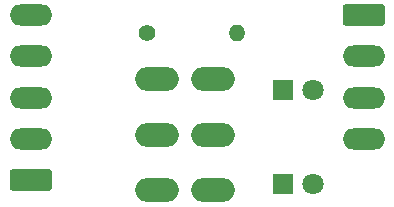
<source format=gbr>
%TF.GenerationSoftware,KiCad,Pcbnew,8.0.2*%
%TF.CreationDate,2024-12-24T22:57:44+01:00*%
%TF.ProjectId,CabControl,43616243-6f6e-4747-926f-6c2e6b696361,rev?*%
%TF.SameCoordinates,Original*%
%TF.FileFunction,Soldermask,Top*%
%TF.FilePolarity,Negative*%
%FSLAX46Y46*%
G04 Gerber Fmt 4.6, Leading zero omitted, Abs format (unit mm)*
G04 Created by KiCad (PCBNEW 8.0.2) date 2024-12-24 22:57:44*
%MOMM*%
%LPD*%
G01*
G04 APERTURE LIST*
G04 Aperture macros list*
%AMRoundRect*
0 Rectangle with rounded corners*
0 $1 Rounding radius*
0 $2 $3 $4 $5 $6 $7 $8 $9 X,Y pos of 4 corners*
0 Add a 4 corners polygon primitive as box body*
4,1,4,$2,$3,$4,$5,$6,$7,$8,$9,$2,$3,0*
0 Add four circle primitives for the rounded corners*
1,1,$1+$1,$2,$3*
1,1,$1+$1,$4,$5*
1,1,$1+$1,$6,$7*
1,1,$1+$1,$8,$9*
0 Add four rect primitives between the rounded corners*
20,1,$1+$1,$2,$3,$4,$5,0*
20,1,$1+$1,$4,$5,$6,$7,0*
20,1,$1+$1,$6,$7,$8,$9,0*
20,1,$1+$1,$8,$9,$2,$3,0*%
G04 Aperture macros list end*
%ADD10O,3.700000X2.000000*%
%ADD11C,1.400000*%
%ADD12O,1.400000X1.400000*%
%ADD13O,3.600000X1.800000*%
%ADD14RoundRect,0.250000X1.550000X-0.650000X1.550000X0.650000X-1.550000X0.650000X-1.550000X-0.650000X0*%
%ADD15RoundRect,0.250000X-1.550000X0.650000X-1.550000X-0.650000X1.550000X-0.650000X1.550000X0.650000X0*%
%ADD16R,1.800000X1.800000*%
%ADD17C,1.800000*%
G04 APERTURE END LIST*
D10*
%TO.C,SW2*%
X148940574Y-84739534D03*
X148940574Y-80039534D03*
X148940574Y-75339534D03*
X153740574Y-84739534D03*
X153740574Y-80039534D03*
X153740574Y-75339534D03*
%TD*%
D11*
%TO.C,R1*%
X148159574Y-71402534D03*
D12*
X155779574Y-71402534D03*
%TD*%
D13*
%TO.C,J2*%
X138284074Y-69902534D03*
X138284074Y-73402534D03*
X138284074Y-76902534D03*
X138284074Y-80402534D03*
D14*
X138284074Y-83902534D03*
%TD*%
D13*
%TO.C,J1*%
X166469574Y-80402534D03*
X166469574Y-76902534D03*
X166469574Y-73402534D03*
D15*
X166469574Y-69902534D03*
%TD*%
D16*
%TO.C,D1*%
X159608574Y-76229534D03*
D17*
X162148574Y-76229534D03*
%TD*%
%TO.C,D2*%
X162148574Y-84229534D03*
D16*
X159608574Y-84229534D03*
%TD*%
M02*

</source>
